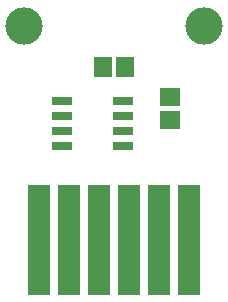
<source format=gbr>
G04 DipTrace 2.4.0.2*
%INTopMask.gbr*%
%MOIN*%
%ADD22C,0.125*%
%ADD26R,0.0678X0.0316*%
%ADD28R,0.0671X0.0592*%
%ADD30R,0.073X0.368*%
%ADD32R,0.0592X0.0671*%
%FSLAX44Y44*%
G04*
G70*
G90*
G75*
G01*
%LNTopMask*%
%LPD*%
D32*
X375Y7625D3*
X-373D3*
D30*
X-2500Y1875D3*
X-1500D3*
X-500D3*
X500D3*
X1500D3*
X2500D3*
D22*
X-3000Y9000D3*
X3000D3*
D28*
X1875Y6625D3*
Y5877D3*
D26*
X-1750Y6500D3*
Y6000D3*
Y5500D3*
Y5000D3*
X297D3*
Y5500D3*
Y6000D3*
Y6500D3*
M02*

</source>
